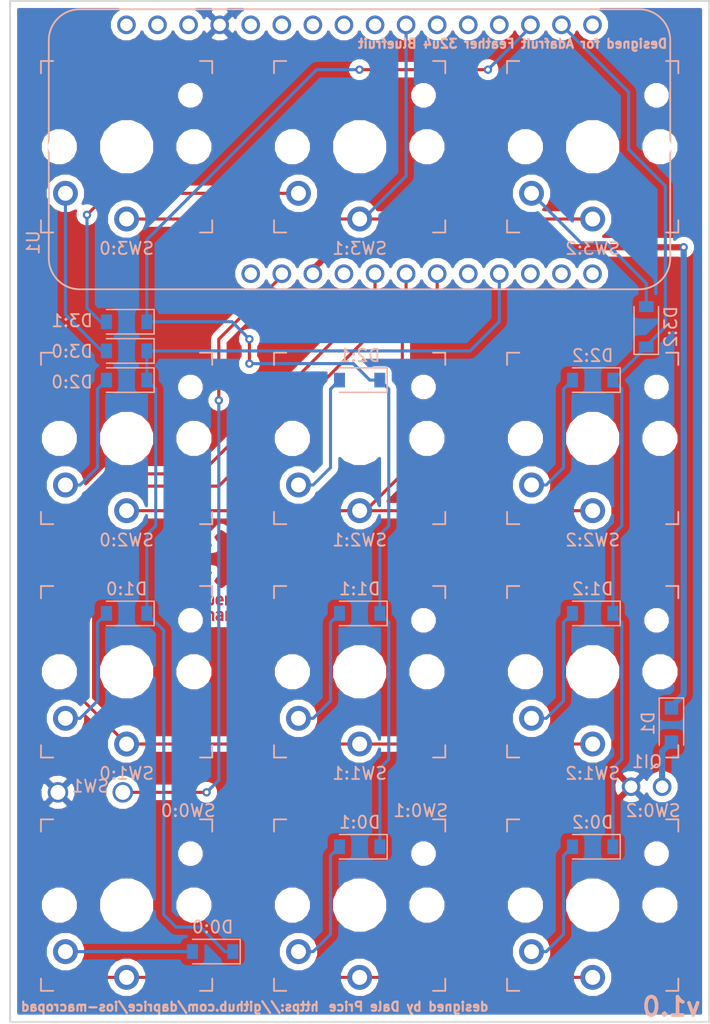
<source format=kicad_pcb>
(kicad_pcb (version 4) (host pcbnew 4.0.7-e2-6376~58~ubuntu16.04.1)
  (layers (0 F.Cu signal) (31 B.Cu signal) (34 B.Paste user) (35 F.Paste user) (36 B.SilkS user) (37 F.SilkS user) (38 B.Mask user) (39 F.Mask user) (44 Edge.Cuts user))
  (net 0 "")
  (net 1 /COL0)
  (net 2 "Net-(D0:0-Pad2)")
  (net 3 /COL1)
  (net 4 "Net-(D0:1-Pad2)")
  (net 5 /COL2)
  (net 6 "Net-(D0:2-Pad2)")
  (net 7 /5V_USB)
  (net 8 "Net-(D1-Pad2)")
  (net 9 "Net-(D1:0-Pad2)")
  (net 10 "Net-(D1:1-Pad2)")
  (net 11 "Net-(D1:2-Pad2)")
  (net 12 "Net-(D2:0-Pad2)")
  (net 13 "Net-(D2:1-Pad2)")
  (net 14 "Net-(D2:2-Pad2)")
  (net 15 "Net-(D3:0-Pad2)")
  (net 16 "Net-(D3:1-Pad2)")
  (net 17 "Net-(D3:2-Pad2)")
  (net 18 GND)
  (net 19 /ROW0)
  (net 20 /ROW1)
  (net 21 /ROW2)
  (net 22 /ROW3)
  (net 23 "Net-(U1-Pad1)")
  (net 24 "Net-(SW1-Pad2)")
  (net 25 "Net-(U1-Pad4)")
  (net 26 "Net-(U1-Pad10)")
  (net 27 "Net-(U1-Pad11)")
  (net 28 "Net-(U1-Pad12)")
  (net 29 "Net-(U1-Pad13)")
  (net 30 "Net-(U1-Pad16)")
  (net 31 "Net-(U1-Pad17)")
  (net 32 "Net-(U1-Pad18)")
  (net 33 "Net-(U1-Pad20)")
  (net 34 "Net-(U1-Pad21)")
  (net 35 "Net-(U1-Pad22)")
  (net 36 "Net-(U1-Pad23)")
  (net 37 "Net-(U1-Pad24)")
  (net 38 "Net-(U1-Pad26)")
  (net 39 "Net-(U1-Pad27)")
  (net 40 "Net-(U1-Pad28)")
  (net 41 "Net-(U1-Pad8)")
  (module imacro:Feather32u4Bluefruit (layer B.Cu) (at 100 64.5)
    (fp_text reference U1 (at -26.67 7.62 270) (layer B.SilkS) (effects (justify mirror)))
    (fp_text value Feather32u4Bluefruit)
    (pad 1 thru_hole circle (at -8.89 10.16) (size 1.524 1.524) (drill 1.02) (layers *.Cu *.Mask) (net 23 "Net-(U1-Pad1)"))
    (pad 2 thru_hole circle (at -6.35 10.16) (size 1.524 1.524) (drill 1.02) (layers *.Cu *.Mask) (net 24 "Net-(SW1-Pad2)"))
    (pad 3 thru_hole circle (at -3.81 10.16) (size 1.524 1.524) (drill 1.02) (layers *.Cu *.Mask) (net 7 /5V_USB))
    (pad 4 thru_hole circle (at -1.27 10.16) (size 1.524 1.524) (drill 1.02) (layers *.Cu *.Mask) (net 25 "Net-(U1-Pad4)"))
    (pad 5 thru_hole circle (at 1.27 10.16) (size 1.524 1.524) (drill 1.02) (layers *.Cu *.Mask) (net 19 /ROW0))
    (pad 6 thru_hole circle (at 3.81 10.16) (size 1.524 1.524) (drill 1.02) (layers *.Cu *.Mask) (net 20 /ROW1))
    (pad 7 thru_hole circle (at 6.35 10.16) (size 1.524 1.524) (drill 1.02) (layers *.Cu *.Mask) (net 21 /ROW2))
    (pad 8 thru_hole circle (at 8.89 10.16) (size 1.524 1.524) (drill 1.02) (layers *.Cu *.Mask) (net 41 "Net-(U1-Pad8)"))
    (pad 9 thru_hole circle (at 11.43 10.16) (size 1.524 1.524) (drill 1.02) (layers *.Cu *.Mask) (net 1 /COL0))
    (pad 10 thru_hole circle (at 13.97 10.16) (size 1.524 1.524) (drill 1.02) (layers *.Cu *.Mask) (net 26 "Net-(U1-Pad10)"))
    (pad 11 thru_hole circle (at 16.51 10.16) (size 1.524 1.524) (drill 1.02) (layers *.Cu *.Mask) (net 27 "Net-(U1-Pad11)"))
    (pad 12 thru_hole circle (at 19.05 10.16) (size 1.524 1.524) (drill 1.02) (layers *.Cu *.Mask) (net 28 "Net-(U1-Pad12)"))
    (pad 13 thru_hole circle (at 19.05 -10.16) (size 1.524 1.524) (drill 1.02) (layers *.Cu *.Mask) (net 29 "Net-(U1-Pad13)"))
    (pad 14 thru_hole circle (at 16.51 -10.16) (size 1.524 1.524) (drill 1.02) (layers *.Cu *.Mask) (net 5 /COL2))
    (pad 15 thru_hole circle (at 13.97 -10.16) (size 1.524 1.524) (drill 1.02) (layers *.Cu *.Mask) (net 3 /COL1))
    (pad 16 thru_hole circle (at 11.43 -10.16) (size 1.524 1.524) (drill 1.02) (layers *.Cu *.Mask) (net 30 "Net-(U1-Pad16)"))
    (pad 17 thru_hole circle (at 8.89 -10.16) (size 1.524 1.524) (drill 1.02) (layers *.Cu *.Mask) (net 31 "Net-(U1-Pad17)"))
    (pad 18 thru_hole circle (at 6.35 -10.16) (size 1.524 1.524) (drill 1.02) (layers *.Cu *.Mask) (net 32 "Net-(U1-Pad18)"))
    (pad 19 thru_hole circle (at 3.81 -10.16) (size 1.524 1.524) (drill 1.02) (layers *.Cu *.Mask) (net 22 /ROW3))
    (pad 20 thru_hole circle (at 1.27 -10.16) (size 1.524 1.524) (drill 1.02) (layers *.Cu *.Mask) (net 33 "Net-(U1-Pad20)"))
    (pad 21 thru_hole circle (at -1.27 -10.16) (size 1.524 1.524) (drill 1.02) (layers *.Cu *.Mask) (net 34 "Net-(U1-Pad21)"))
    (pad 22 thru_hole circle (at -3.81 -10.16) (size 1.524 1.524) (drill 1.02) (layers *.Cu *.Mask) (net 35 "Net-(U1-Pad22)"))
    (pad 23 thru_hole circle (at -6.35 -10.16) (size 1.524 1.524) (drill 1.02) (layers *.Cu *.Mask) (net 36 "Net-(U1-Pad23)"))
    (pad 24 thru_hole circle (at -8.89 -10.16) (size 1.524 1.524) (drill 1.02) (layers *.Cu *.Mask) (net 37 "Net-(U1-Pad24)"))
    (pad 25 thru_hole circle (at -11.43 -10.16) (size 1.524 1.524) (drill 1.02) (layers *.Cu *.Mask) (net 18 GND))
    (pad 26 thru_hole circle (at -13.97 -10.16) (size 1.524 1.524) (drill 1.02) (layers *.Cu *.Mask) (net 38 "Net-(U1-Pad26)"))
    (pad 27 thru_hole circle (at -16.51 -10.16) (size 1.524 1.524) (drill 1.02) (layers *.Cu *.Mask) (net 39 "Net-(U1-Pad27)"))
    (pad 28 thru_hole circle (at -19.05 -10.16) (size 1.524 1.524) (drill 1.02) (layers *.Cu *.Mask) (net 40 "Net-(U1-Pad28)"))
  )
  (module imacro:GPTS_SPST_Pushbutton (layer B.Cu) (at 78 123)
    (fp_text reference SW1 (at 0 -6.5) (layer B.SilkS) (effects (justify mirror)))
    (fp_text value TOGGLE)
    (pad 1 thru_hole circle (at -2.65 -6) (size 1.6764 1.6764) (drill 1.2192) (layers *.Cu *.Mask) (net 18 GND))
    (pad 2 thru_hole circle (at 2.65 -6) (size 1.6764 1.6764) (drill 1.2192) (layers *.Cu *.Mask) (net 24 "Net-(SW1-Pad2)"))
  )
  (module imacro:PG1350 (layer F.Cu) (at 119.0625 64.29375)
    (fp_text reference SW3:2 (at 0 8.3) (layer B.SilkS) (effects (justify mirror)))
    (fp_text value Choc)
    (pad "" np_thru_hole circle (at 0 0) (size 3.3274 3.3274) (drill 3.3274) (layers *.Cu *.Mask))
    (pad 2 thru_hole circle (at -5 3.8) (size 2.032 2.032) (drill 1.2192) (layers *.Cu *.Mask) (net 17 "Net-(D3:2-Pad2)"))
    (pad 1 thru_hole circle (at 0 5.9) (size 2.032 2.032) (drill 1.2192) (layers *.Cu *.Mask) (net 22 /ROW3))
    (pad "" np_thru_hole circle (at 5.22 -4.2) (size 0.9906 0.9906) (drill 0.9906) (layers *.Cu *.Mask))
    (pad "" np_thru_hole circle (at 5.5 0) (size 1.8542 1.8542) (drill 1.8542) (layers *.Cu *.Mask))
    (pad "" np_thru_hole circle (at -5.5 0) (size 1.8542 1.8542) (drill 1.8542) (layers *.Cu *.Mask))
  )
  (module imacro:PG1350 (layer F.Cu) (at 100.0125 64.29375)
    (fp_text reference SW3:1 (at 0 8.3) (layer B.SilkS) (effects (justify mirror)))
    (fp_text value Choc)
    (pad "" np_thru_hole circle (at 0 0) (size 3.3274 3.3274) (drill 3.3274) (layers *.Cu *.Mask))
    (pad 2 thru_hole circle (at -5 3.8) (size 2.032 2.032) (drill 1.2192) (layers *.Cu *.Mask) (net 16 "Net-(D3:1-Pad2)"))
    (pad 1 thru_hole circle (at 0 5.9) (size 2.032 2.032) (drill 1.2192) (layers *.Cu *.Mask) (net 22 /ROW3))
    (pad "" np_thru_hole circle (at 5.22 -4.2) (size 0.9906 0.9906) (drill 0.9906) (layers *.Cu *.Mask))
    (pad "" np_thru_hole circle (at 5.5 0) (size 1.8542 1.8542) (drill 1.8542) (layers *.Cu *.Mask))
    (pad "" np_thru_hole circle (at -5.5 0) (size 1.8542 1.8542) (drill 1.8542) (layers *.Cu *.Mask))
  )
  (module imacro:PG1350 (layer F.Cu) (at 119.0625 88.10625)
    (fp_text reference SW2:2 (at 0 8.3) (layer B.SilkS) (effects (justify mirror)))
    (fp_text value Choc)
    (pad "" np_thru_hole circle (at 0 0) (size 3.3274 3.3274) (drill 3.3274) (layers *.Cu *.Mask))
    (pad 2 thru_hole circle (at -5 3.8) (size 2.032 2.032) (drill 1.2192) (layers *.Cu *.Mask) (net 14 "Net-(D2:2-Pad2)"))
    (pad 1 thru_hole circle (at 0 5.9) (size 2.032 2.032) (drill 1.2192) (layers *.Cu *.Mask) (net 21 /ROW2))
    (pad "" np_thru_hole circle (at 5.22 -4.2) (size 0.9906 0.9906) (drill 0.9906) (layers *.Cu *.Mask))
    (pad "" np_thru_hole circle (at 5.5 0) (size 1.8542 1.8542) (drill 1.8542) (layers *.Cu *.Mask))
    (pad "" np_thru_hole circle (at -5.5 0) (size 1.8542 1.8542) (drill 1.8542) (layers *.Cu *.Mask))
  )
  (module imacro:PG1350 (layer F.Cu) (at 119.0625 107.15625)
    (fp_text reference SW1:2 (at 0 8.3) (layer B.SilkS) (effects (justify mirror)))
    (fp_text value Choc)
    (pad "" np_thru_hole circle (at 0 0) (size 3.3274 3.3274) (drill 3.3274) (layers *.Cu *.Mask))
    (pad 2 thru_hole circle (at -5 3.8) (size 2.032 2.032) (drill 1.2192) (layers *.Cu *.Mask) (net 11 "Net-(D1:2-Pad2)"))
    (pad 1 thru_hole circle (at 0 5.9) (size 2.032 2.032) (drill 1.2192) (layers *.Cu *.Mask) (net 20 /ROW1))
    (pad "" np_thru_hole circle (at 5.22 -4.2) (size 0.9906 0.9906) (drill 0.9906) (layers *.Cu *.Mask))
    (pad "" np_thru_hole circle (at 5.5 0) (size 1.8542 1.8542) (drill 1.8542) (layers *.Cu *.Mask))
    (pad "" np_thru_hole circle (at -5.5 0) (size 1.8542 1.8542) (drill 1.8542) (layers *.Cu *.Mask))
  )
  (module imacro:PG1350 (layer F.Cu) (at 100.0125 107.15625)
    (fp_text reference SW1:1 (at 0 8.3) (layer B.SilkS) (effects (justify mirror)))
    (fp_text value Choc)
    (pad "" np_thru_hole circle (at 0 0) (size 3.3274 3.3274) (drill 3.3274) (layers *.Cu *.Mask))
    (pad 2 thru_hole circle (at -5 3.8) (size 2.032 2.032) (drill 1.2192) (layers *.Cu *.Mask) (net 10 "Net-(D1:1-Pad2)"))
    (pad 1 thru_hole circle (at 0 5.9) (size 2.032 2.032) (drill 1.2192) (layers *.Cu *.Mask) (net 20 /ROW1))
    (pad "" np_thru_hole circle (at 5.22 -4.2) (size 0.9906 0.9906) (drill 0.9906) (layers *.Cu *.Mask))
    (pad "" np_thru_hole circle (at 5.5 0) (size 1.8542 1.8542) (drill 1.8542) (layers *.Cu *.Mask))
    (pad "" np_thru_hole circle (at -5.5 0) (size 1.8542 1.8542) (drill 1.8542) (layers *.Cu *.Mask))
  )
  (module imacro:PG1350 (layer F.Cu) (at 80.9625 107.15625)
    (fp_text reference SW1:0 (at 0 8.3) (layer B.SilkS) (effects (justify mirror)))
    (fp_text value Choc)
    (pad "" np_thru_hole circle (at 0 0) (size 3.3274 3.3274) (drill 3.3274) (layers *.Cu *.Mask))
    (pad 2 thru_hole circle (at -5 3.8) (size 2.032 2.032) (drill 1.2192) (layers *.Cu *.Mask) (net 9 "Net-(D1:0-Pad2)"))
    (pad 1 thru_hole circle (at 0 5.9) (size 2.032 2.032) (drill 1.2192) (layers *.Cu *.Mask) (net 20 /ROW1))
    (pad "" np_thru_hole circle (at 5.22 -4.2) (size 0.9906 0.9906) (drill 0.9906) (layers *.Cu *.Mask))
    (pad "" np_thru_hole circle (at 5.5 0) (size 1.8542 1.8542) (drill 1.8542) (layers *.Cu *.Mask))
    (pad "" np_thru_hole circle (at -5.5 0) (size 1.8542 1.8542) (drill 1.8542) (layers *.Cu *.Mask))
  )
  (module imacro:PG1350 (layer F.Cu) (at 119.0625 126.20625)
    (fp_text reference SW0:2 (at 4.9375 -7.70625) (layer B.SilkS) (effects (justify mirror)))
    (fp_text value Choc)
    (pad "" np_thru_hole circle (at 0 0) (size 3.3274 3.3274) (drill 3.3274) (layers *.Cu *.Mask))
    (pad 2 thru_hole circle (at -5 3.8) (size 2.032 2.032) (drill 1.2192) (layers *.Cu *.Mask) (net 6 "Net-(D0:2-Pad2)"))
    (pad 1 thru_hole circle (at 0 5.9) (size 2.032 2.032) (drill 1.2192) (layers *.Cu *.Mask) (net 19 /ROW0))
    (pad "" np_thru_hole circle (at 5.22 -4.2) (size 0.9906 0.9906) (drill 0.9906) (layers *.Cu *.Mask))
    (pad "" np_thru_hole circle (at 5.5 0) (size 1.8542 1.8542) (drill 1.8542) (layers *.Cu *.Mask))
    (pad "" np_thru_hole circle (at -5.5 0) (size 1.8542 1.8542) (drill 1.8542) (layers *.Cu *.Mask))
  )
  (module imacro:PG1350 (layer F.Cu) (at 100.0125 126.20625)
    (fp_text reference SW0:1 (at 4.9875 -7.70625) (layer B.SilkS) (effects (justify mirror)))
    (fp_text value Choc)
    (pad "" np_thru_hole circle (at 0 0) (size 3.3274 3.3274) (drill 3.3274) (layers *.Cu *.Mask))
    (pad 2 thru_hole circle (at -5 3.8) (size 2.032 2.032) (drill 1.2192) (layers *.Cu *.Mask) (net 4 "Net-(D0:1-Pad2)"))
    (pad 1 thru_hole circle (at 0 5.9) (size 2.032 2.032) (drill 1.2192) (layers *.Cu *.Mask) (net 19 /ROW0))
    (pad "" np_thru_hole circle (at 5.22 -4.2) (size 0.9906 0.9906) (drill 0.9906) (layers *.Cu *.Mask))
    (pad "" np_thru_hole circle (at 5.5 0) (size 1.8542 1.8542) (drill 1.8542) (layers *.Cu *.Mask))
    (pad "" np_thru_hole circle (at -5.5 0) (size 1.8542 1.8542) (drill 1.8542) (layers *.Cu *.Mask))
  )
  (module imacro:PG1350 (layer F.Cu) (at 80.9625 126.20625)
    (fp_text reference SW0:0 (at 5.0375 -7.70625) (layer B.SilkS) (effects (justify mirror)))
    (fp_text value Choc)
    (pad "" np_thru_hole circle (at 0 0) (size 3.3274 3.3274) (drill 3.3274) (layers *.Cu *.Mask))
    (pad 2 thru_hole circle (at -5 3.8) (size 2.032 2.032) (drill 1.2192) (layers *.Cu *.Mask) (net 2 "Net-(D0:0-Pad2)"))
    (pad 1 thru_hole circle (at 0 5.9) (size 2.032 2.032) (drill 1.2192) (layers *.Cu *.Mask) (net 19 /ROW0))
    (pad "" np_thru_hole circle (at 5.22 -4.2) (size 0.9906 0.9906) (drill 0.9906) (layers *.Cu *.Mask))
    (pad "" np_thru_hole circle (at 5.5 0) (size 1.8542 1.8542) (drill 1.8542) (layers *.Cu *.Mask))
    (pad "" np_thru_hole circle (at -5.5 0) (size 1.8542 1.8542) (drill 1.8542) (layers *.Cu *.Mask))
  )
  (module imacro:QI_connector (layer B.Cu) (at 123.5 116.5 180)
    (fp_text reference QI1 (at 0 2 360) (layer B.SilkS) (effects (justify mirror)))
    (fp_text value QI_Receiver)
    (pad 1 thru_hole circle (at -1.24 -0.04 180) (size 1.524 1.524) (drill 1.02) (layers *.Cu *.Mask) (net 8 "Net-(D1-Pad2)"))
    (pad 2 thru_hole circle (at 1.3 -0.04 180) (size 1.524 1.524) (drill 1.02) (layers *.Cu *.Mask) (net 18 GND))
  )
  (module Diodes_SMD:D_SOD-123 (layer B.Cu) (at 123.444 78.994 90)
    (fp_text reference D3:2 (at 0 2 90) (layer B.SilkS) (effects (justify mirror)))
    (fp_text value 1N4148)
    (pad 1 smd rect (at -1.65 0 90) (size 0.9 1.2) (layers B.Cu B.Paste B.Mask) (net 5 /COL2))
    (pad 2 smd rect (at 1.65 0 90) (size 0.9 1.2) (layers B.Cu B.Paste B.Mask) (net 17 "Net-(D3:2-Pad2)"))
  )
  (module Diodes_SMD:D_SOD-123 (layer B.Cu) (at 80.9625 78.58125 180)
    (fp_text reference D3:1 (at 4.4625 0.08125 180) (layer B.SilkS) (effects (justify mirror)))
    (fp_text value 1N4148)
    (pad 1 smd rect (at -1.65 0 180) (size 0.9 1.2) (layers B.Cu B.Paste B.Mask) (net 3 /COL1))
    (pad 2 smd rect (at 1.65 0 180) (size 0.9 1.2) (layers B.Cu B.Paste B.Mask) (net 16 "Net-(D3:1-Pad2)"))
  )
  (module Diodes_SMD:D_SOD-123 (layer B.Cu) (at 80.9625 80.9625 180)
    (fp_text reference D3:0 (at 4.4625 -0.0375 180) (layer B.SilkS) (effects (justify mirror)))
    (fp_text value 1N4148)
    (pad 1 smd rect (at -1.65 0 180) (size 0.9 1.2) (layers B.Cu B.Paste B.Mask) (net 1 /COL0))
    (pad 2 smd rect (at 1.65 0 180) (size 0.9 1.2) (layers B.Cu B.Paste B.Mask) (net 15 "Net-(D3:0-Pad2)"))
  )
  (module Diodes_SMD:D_SOD-123 (layer B.Cu) (at 119.0625 83.34375 180)
    (fp_text reference D2:2 (at 0 2 180) (layer B.SilkS) (effects (justify mirror)))
    (fp_text value 1N4148)
    (pad 1 smd rect (at -1.65 0 180) (size 0.9 1.2) (layers B.Cu B.Paste B.Mask) (net 5 /COL2))
    (pad 2 smd rect (at 1.65 0 180) (size 0.9 1.2) (layers B.Cu B.Paste B.Mask) (net 14 "Net-(D2:2-Pad2)"))
  )
  (module Diodes_SMD:D_SOD-123 (layer B.Cu) (at 100.0125 83.34375 180)
    (fp_text reference D2:1 (at 0 2 180) (layer B.SilkS) (effects (justify mirror)))
    (fp_text value 1N4148)
    (pad 1 smd rect (at -1.65 0 180) (size 0.9 1.2) (layers B.Cu B.Paste B.Mask) (net 3 /COL1))
    (pad 2 smd rect (at 1.65 0 180) (size 0.9 1.2) (layers B.Cu B.Paste B.Mask) (net 13 "Net-(D2:1-Pad2)"))
  )
  (module Diodes_SMD:D_SOD-123 (layer B.Cu) (at 80.9625 83.34375 180)
    (fp_text reference D2:0 (at 4.4625 -0.15625 180) (layer B.SilkS) (effects (justify mirror)))
    (fp_text value 1N4148)
    (pad 1 smd rect (at -1.65 0 180) (size 0.9 1.2) (layers B.Cu B.Paste B.Mask) (net 1 /COL0))
    (pad 2 smd rect (at 1.65 0 180) (size 0.9 1.2) (layers B.Cu B.Paste B.Mask) (net 12 "Net-(D2:0-Pad2)"))
  )
  (module Diodes_SMD:D_SOD-123 (layer B.Cu) (at 119.0625 102.39375 180)
    (fp_text reference D1:2 (at 0 2 180) (layer B.SilkS) (effects (justify mirror)))
    (fp_text value 1N4148)
    (pad 1 smd rect (at -1.65 0 180) (size 0.9 1.2) (layers B.Cu B.Paste B.Mask) (net 5 /COL2))
    (pad 2 smd rect (at 1.65 0 180) (size 0.9 1.2) (layers B.Cu B.Paste B.Mask) (net 11 "Net-(D1:2-Pad2)"))
  )
  (module Diodes_SMD:D_SOD-123 (layer B.Cu) (at 100.0125 102.39375 180)
    (fp_text reference D1:1 (at 0 2 180) (layer B.SilkS) (effects (justify mirror)))
    (fp_text value 1N4148)
    (pad 1 smd rect (at -1.65 0 180) (size 0.9 1.2) (layers B.Cu B.Paste B.Mask) (net 3 /COL1))
    (pad 2 smd rect (at 1.65 0 180) (size 0.9 1.2) (layers B.Cu B.Paste B.Mask) (net 10 "Net-(D1:1-Pad2)"))
  )
  (module Diodes_SMD:D_SOD-123 (layer B.Cu) (at 80.9625 102.39375 180)
    (fp_text reference D1:0 (at 0 2 180) (layer B.SilkS) (effects (justify mirror)))
    (fp_text value 1N4148)
    (pad 1 smd rect (at -1.65 0 180) (size 0.9 1.2) (layers B.Cu B.Paste B.Mask) (net 1 /COL0))
    (pad 2 smd rect (at 1.65 0 180) (size 0.9 1.2) (layers B.Cu B.Paste B.Mask) (net 9 "Net-(D1:0-Pad2)"))
  )
  (module Diodes_SMD:D_SOD-123F (layer B.Cu) (at 125.5 111.5 270)
    (fp_text reference D1 (at -0.127 1.905 270) (layer B.SilkS) (effects (justify mirror)))
    (fp_text value MBR120)
    (pad 1 smd rect (at -1.4 0 270) (size 1.1 1.1) (layers B.Cu B.Paste B.Mask) (net 7 /5V_USB))
    (pad 2 smd rect (at 1.4 0 270) (size 1.1 1.1) (layers B.Cu B.Paste B.Mask) (net 8 "Net-(D1-Pad2)"))
  )
  (module Diodes_SMD:D_SOD-123 (layer B.Cu) (at 119.0625 121.44375 180)
    (fp_text reference D0:2 (at 0 2 180) (layer B.SilkS) (effects (justify mirror)))
    (fp_text value 1N4148)
    (pad 1 smd rect (at -1.65 0 180) (size 0.9 1.2) (layers B.Cu B.Paste B.Mask) (net 5 /COL2))
    (pad 2 smd rect (at 1.65 0 180) (size 0.9 1.2) (layers B.Cu B.Paste B.Mask) (net 6 "Net-(D0:2-Pad2)"))
  )
  (module Diodes_SMD:D_SOD-123 (layer B.Cu) (at 100.0125 121.44375 180)
    (fp_text reference D0:1 (at 0 2 180) (layer B.SilkS) (effects (justify mirror)))
    (fp_text value 1N4148)
    (pad 1 smd rect (at -1.65 0 180) (size 0.9 1.2) (layers B.Cu B.Paste B.Mask) (net 3 /COL1))
    (pad 2 smd rect (at 1.65 0 180) (size 0.9 1.2) (layers B.Cu B.Paste B.Mask) (net 4 "Net-(D0:1-Pad2)"))
  )
  (module Diodes_SMD:D_SOD-123 (layer B.Cu) (at 88 130 180)
    (fp_text reference D0:0 (at 0 2 180) (layer B.SilkS) (effects (justify mirror)))
    (fp_text value 1N4148)
    (pad 1 smd rect (at -1.65 0 180) (size 0.9 1.2) (layers B.Cu B.Paste B.Mask) (net 1 /COL0))
    (pad 2 smd rect (at 1.65 0 180) (size 0.9 1.2) (layers B.Cu B.Paste B.Mask) (net 2 "Net-(D0:0-Pad2)"))
  )
  (module imacro:PG1350 (layer F.Cu) (at 80.9625 88.10625)
    (fp_text reference SW2:0 (at 0 8.3) (layer B.SilkS) (effects (justify mirror)))
    (fp_text value Choc)
    (pad "" np_thru_hole circle (at 0 0) (size 3.3274 3.3274) (drill 3.3274) (layers *.Cu *.Mask))
    (pad 2 thru_hole circle (at -5 3.8) (size 2.032 2.032) (drill 1.2192) (layers *.Cu *.Mask) (net 12 "Net-(D2:0-Pad2)"))
    (pad 1 thru_hole circle (at 0 5.9) (size 2.032 2.032) (drill 1.2192) (layers *.Cu *.Mask) (net 21 /ROW2))
    (pad "" np_thru_hole circle (at 5.22 -4.2) (size 0.9906 0.9906) (drill 0.9906) (layers *.Cu *.Mask))
    (pad "" np_thru_hole circle (at 5.5 0) (size 1.8542 1.8542) (drill 1.8542) (layers *.Cu *.Mask))
    (pad "" np_thru_hole circle (at -5.5 0) (size 1.8542 1.8542) (drill 1.8542) (layers *.Cu *.Mask))
  )
  (module imacro:PG1350 (layer F.Cu) (at 100.0125 88.10625)
    (fp_text reference SW2:1 (at 0 8.3) (layer B.SilkS) (effects (justify mirror)))
    (fp_text value Choc)
    (pad "" np_thru_hole circle (at 0 0) (size 3.3274 3.3274) (drill 3.3274) (layers *.Cu *.Mask))
    (pad 2 thru_hole circle (at -5 3.8) (size 2.032 2.032) (drill 1.2192) (layers *.Cu *.Mask) (net 13 "Net-(D2:1-Pad2)"))
    (pad 1 thru_hole circle (at 0 5.9) (size 2.032 2.032) (drill 1.2192) (layers *.Cu *.Mask) (net 21 /ROW2))
    (pad "" np_thru_hole circle (at 5.22 -4.2) (size 0.9906 0.9906) (drill 0.9906) (layers *.Cu *.Mask))
    (pad "" np_thru_hole circle (at 5.5 0) (size 1.8542 1.8542) (drill 1.8542) (layers *.Cu *.Mask))
    (pad "" np_thru_hole circle (at -5.5 0) (size 1.8542 1.8542) (drill 1.8542) (layers *.Cu *.Mask))
  )
  (module imacro:PG1350 (layer F.Cu) (at 80.9625 64.29375)
    (fp_text reference SW3:0 (at 0 8.3) (layer B.SilkS) (effects (justify mirror)))
    (fp_text value Choc)
    (pad "" np_thru_hole circle (at 0 0) (size 3.3274 3.3274) (drill 3.3274) (layers *.Cu *.Mask))
    (pad 2 thru_hole circle (at -5 3.8) (size 2.032 2.032) (drill 1.2192) (layers *.Cu *.Mask) (net 15 "Net-(D3:0-Pad2)"))
    (pad 1 thru_hole circle (at 0 5.9) (size 2.032 2.032) (drill 1.2192) (layers *.Cu *.Mask) (net 22 /ROW3))
    (pad "" np_thru_hole circle (at 5.22 -4.2) (size 0.9906 0.9906) (drill 0.9906) (layers *.Cu *.Mask))
    (pad "" np_thru_hole circle (at 5.5 0) (size 1.8542 1.8542) (drill 1.8542) (layers *.Cu *.Mask))
    (pad "" np_thru_hole circle (at -5.5 0) (size 1.8542 1.8542) (drill 1.8542) (layers *.Cu *.Mask))
  )
  (module Symbols:OSHW-Logo_7.5x8mm_Copper (layer F.Cu) (at 90.5 99)
    (fp_text reference REF*** hide)
    (fp_text value OSHW-Logo_7.5x8mm_Copper hide)
    (fp_poly (pts (xy -2.53664 1.952468) (xy -2.501408 1.969874) (xy -2.45796 2.000206) (xy -2.426294 2.033283) (xy -2.404606 2.074817) (xy -2.391097 2.130522) (xy -2.383962 2.206111) (xy -2.3814 2.307296) (xy -2.38125 2.350797) (xy -2.381688 2.446135) (xy -2.383504 2.514271) (xy -2.387455 2.561418) (xy -2.394298 2.59379) (xy -2.404789 2.6176) (xy -2.415704 2.633843) (xy -2.485381 2.702952) (xy -2.567434 2.744521) (xy -2.65595 2.757023) (xy -2.745019 2.738934) (xy -2.773237 2.726142) (xy -2.84079 2.690931) (xy -2.84079 3.2427) (xy -2.791488 3.217205) (xy -2.726527 3.19748) (xy -2.64668 3.192427) (xy -2.566948 3.201756) (xy -2.506735 3.222714) (xy -2.456792 3.262627) (xy -2.414119 3.319741) (xy -2.41091 3.325605) (xy -2.397378 3.353227) (xy -2.387495 3.381068) (xy -2.380691 3.414794) (xy -2.376399 3.460071) (xy -2.374049 3.522562) (xy -2.373072 3.607935) (xy -2.372895 3.70401) (xy -2.372895 4.010526) (xy -2.556711 4.010526) (xy -2.556711 3.445339) (xy -2.608125 3.402077) (xy -2.661534 3.367472) (xy -2.712112 3.36118) (xy -2.76297 3.377372) (xy -2.790075 3.393227) (xy -2.810249 3.41581) (xy -2.824597 3.44994) (xy -2.834224 3.500434) (xy -2.840237 3.572111) (xy -2.84374 3.669788) (xy -2.844974 3.734802) (xy -2.849145 4.002171) (xy -2.936875 4.007222) (xy -3.024606 4.012273) (xy -3.024606 2.353101) (xy -2.84079 2.353101) (xy -2.836104 2.4456) (xy -2.820312 2.509809) (xy -2.790817 2.549759) (xy -2.74502 2.56948) (xy -2.69875 2.573421) (xy -2.646372 2.568892) (xy -2.61161 2.551069) (xy -2.589872 2.527519) (xy -2.57276 2.502189) (xy -2.562573 2.473969) (xy -2.55804 2.434431) (xy -2.557891 2.375142) (xy -2.559416 2.325498) (xy -2.562919 2.25071) (xy -2.568133 2.201611) (xy -2.576913 2.170467) (xy -2.591114 2.149545) (xy -2.604516 2.137452) (xy -2.660513 2.111081) (xy -2.726789 2.106822) (xy -2.764844 2.115906) (xy -2.802523 2.148196) (xy -2.827481 2.211006) (xy -2.839578 2.303894) (xy -2.84079 2.353101) (xy -3.024606 2.353101) (xy -3.024606 1.938421) (xy -2.932698 1.938421) (xy -2.877517 1.940603) (xy -2.849048 1.948351) (xy -2.840794 1.963468) (xy -2.84079 1.963916) (xy -2.83696 1.97872) (xy -2.820067 1.977039) (xy -2.786481 1.960772) (xy -2.708222 1.935887) (xy -2.620173 1.933271) (xy -2.53664 1.952468)) (layer F.Cu) (width 0.01))
    (fp_poly (pts (xy -1.839543 3.198184) (xy -1.76093 3.21916) (xy -1.701084 3.25718) (xy -1.658853 3.306978) (xy -1.645725 3.32823) (xy -1.636032 3.350492) (xy -1.629256 3.37897) (xy -1.624877 3.418871) (xy -1.622376 3.475401) (xy -1.621232 3.553767) (xy -1.620928 3.659176) (xy -1.620922 3.687142) (xy -1.620922 4.010526) (xy -1.701132 4.010526) (xy -1.752294 4.006943) (xy -1.790123 3.997866) (xy -1.799601 3.992268) (xy -1.825512 3.982606) (xy -1.851976 3.992268) (xy -1.895548 4.00433) (xy -1.95884 4.009185) (xy -2.02899 4.007078) (xy -2.09314 3.998256) (xy -2.130593 3.986937) (xy -2.203067 3.940412) (xy -2.24836 3.875846) (xy -2.268722 3.79) (xy -2.268912 3.787796) (xy -2.267125 3.749713) (xy -2.105527 3.749713) (xy -2.091399 3.79303) (xy -2.068388 3.817408) (xy -2.022196 3.835845) (xy -1.961225 3.843205) (xy -1.899051 3.839583) (xy -1.849249 3.825074) (xy -1.835297 3.815765) (xy -1.810915 3.772753) (xy -1.804737 3.723857) (xy -1.804737 3.659605) (xy -1.897182 3.659605) (xy -1.985005 3.666366) (xy -2.051582 3.68552) (xy -2.092998 3.715376) (xy -2.105527 3.749713) (xy -2.267125 3.749713) (xy -2.26451 3.694004) (xy -2.233576 3.619847) (xy -2.175419 3.563767) (xy -2.16738 3.558665) (xy -2.132837 3.542055) (xy -2.090082 3.531996) (xy -2.030314 3.527107) (xy -1.95931 3.525983) (xy -1.804737 3.525921) (xy -1.804737 3.461125) (xy -1.811294 3.41085) (xy -1.828025 3.377169) (xy -1.829984 3.375376) (xy -1.867217 3.360642) (xy -1.92342 3.354931) (xy -1.985533 3.357737) (xy -2.04049 3.368556) (xy -2.073101 3.384782) (xy -2.090772 3.39778) (xy -2.109431 3.400262) (xy -2.135181 3.389613) (xy -2.174127 3.363218) (xy -2.23237 3.318465) (xy -2.237716 3.314273) (xy -2.234977 3.29876) (xy -2.212124 3.27296) (xy -2.177391 3.244289) (xy -2.13901 3.220166) (xy -2.126952 3.21447) (xy -2.082966 3.203103) (xy -2.018513 3.194995) (xy -1.946503 3.191743) (xy -1.943136 3.191736) (xy -1.839543 3.198184)) (layer F.Cu) (width 0.01))
    (fp_poly (pts (xy -1.320119 3.193486) (xy -1.295112 3.200982) (xy -1.28705 3.217451) (xy -1.286711 3.224886) (xy -1.285264 3.245594) (xy -1.275302 3.248845) (xy -1.248388 3.234648) (xy -1.232402 3.224948) (xy -1.181967 3.204175) (xy -1.121728 3.193904) (xy -1.058566 3.193114) (xy -0.999363 3.200786) (xy -0.950998 3.215898) (xy -0.920354 3.237432) (xy -0.914311 3.264366) (xy -0.917361 3.27166) (xy -0.939594 3.301937) (xy -0.97407 3.339175) (xy -0.980306 3.345195) (xy -1.013167 3.372875) (xy -1.04152 3.381818) (xy -1.081173 3.375576) (xy -1.097058 3.371429) (xy -1.146491 3.361467) (xy -1.181248 3.365947) (xy -1.2106 3.381746) (xy -1.237487 3.402949) (xy -1.25729 3.429614) (xy -1.271052 3.466827) (xy -1.279816 3.519673) (xy -1.284626 3.593237) (xy -1.286526 3.692605) (xy -1.286711 3.752601) (xy -1.286711 4.010526) (xy -1.453816 4.010526) (xy -1.453816 3.19171) (xy -1.370264 3.19171) (xy -1.320119 3.193486)) (layer F.Cu) (width 0.01))
    (fp_poly (pts (xy -0.267369 4.010526) (xy -0.359277 4.010526) (xy -0.412623 4.008962) (xy -0.440407 4.002485) (xy -0.45041 3.988418) (xy -0.451185 3.978906) (xy -0.452872 3.959832) (xy -0.46351 3.956174) (xy -0.491465 3.967932) (xy -0.513205 3.978906) (xy -0.596668 4.004911) (xy -0.687396 4.006416) (xy -0.761158 3.987021) (xy -0.829846 3.940165) (xy -0.882206 3.871004) (xy -0.910878 3.789427) (xy -0.911608 3.784866) (xy -0.915868 3.735101) (xy -0.917986 3.663659) (xy -0.917816 3.609626) (xy -0.73528 3.609626) (xy -0.731051 3.681441) (xy -0.721432 3.740634) (xy -0.70841 3.77406) (xy -0.659144 3.81974) (xy -0.60065 3.836115) (xy -0.540329 3.822873) (xy -0.488783 3.783373) (xy -0.469262 3.756807) (xy -0.457848 3.725106) (xy -0.452502 3.678832) (xy -0.451185 3.609328) (xy -0.453542 3.540499) (xy -0.459767 3.480026) (xy -0.468592 3.439556) (xy -0.470063 3.435929) (xy -0.505653 3.392802) (xy -0.5576 3.369124) (xy -0.615722 3.365301) (xy -0.66984 3.381738) (xy -0.709774 3.41884) (xy -0.713917 3.426222) (xy -0.726884 3.471239) (xy -0.733948 3.535967) (xy -0.73528 3.609626) (xy -0.917816 3.609626) (xy -0.917729 3.58223) (xy -0.916528 3.538405) (xy -0.908355 3.429988) (xy -0.89137 3.348588) (xy -0.863113 3.288412) (xy -0.821128 3.243666) (xy -0.780368 3.2174) (xy -0.723419 3.198935) (xy -0.652589 3.192602) (xy -0.580059 3.19776) (xy -0.518014 3.213769) (xy -0.485232 3.23292) (xy -0.451185 3.263732) (xy -0.451185 2.87421) (xy -0.267369 2.87421) (xy -0.267369 4.010526)) (layer F.Cu) (width 0.01))
    (fp_poly (pts (xy 0.37413 3.195104) (xy 0.44022 3.200066) (xy 0.526626 3.459079) (xy 0.613031 3.718092) (xy 0.640124 3.626184) (xy 0.656428 3.569384) (xy 0.677875 3.492625) (xy 0.701035 3.408251) (xy 0.71328 3.362993) (xy 0.759344 3.19171) (xy 0.949387 3.19171) (xy 0.892582 3.371349) (xy 0.864607 3.459704) (xy 0.830813 3.566281) (xy 0.79552 3.677454) (xy 0.764013 3.776579) (xy 0.69225 4.002171) (xy 0.537286 4.012253) (xy 0.49527 3.873528) (xy 0.469359 3.787351) (xy 0.441083 3.692347) (xy 0.416369 3.608441) (xy 0.415394 3.605102) (xy 0.396935 3.548248) (xy 0.380649 3.509456) (xy 0.369242 3.494787) (xy 0.366898 3.496483) (xy 0.358671 3.519225) (xy 0.343038 3.56794) (xy 0.321904 3.636502) (xy 0.29717 3.718785) (xy 0.283787 3.764046) (xy 0.211311 4.010526) (xy 0.057495 4.010526) (xy -0.065469 3.622006) (xy -0.100012 3.513022) (xy -0.131479 3.414048) (xy -0.158384 3.329736) (xy -0.179241 3.264734) (xy -0.192562 3.223692) (xy -0.196612 3.211701) (xy -0.193406 3.199423) (xy -0.168235 3.194046) (xy -0.115854 3.194584) (xy -0.107655 3.19499) (xy -0.010518 3.200066) (xy 0.0531 3.434013) (xy 0.076484 3.519333) (xy 0.097381 3.594335) (xy 0.113951 3.652507) (xy 0.124354 3.687337) (xy 0.126276 3.693016) (xy 0.134241 3.686486) (xy 0.150304 3.652654) (xy 0.172621 3.596127) (xy 0.199345 3.52151) (xy 0.221937 3.454107) (xy 0.308041 3.190143) (xy 0.37413 3.195104)) (layer F.Cu) (width 0.01))
    (fp_poly (pts (xy 1.379992 3.196673) (xy 1.450427 3.21378) (xy 1.470787 3.222844) (xy 1.510253 3.246583) (xy 1.540541 3.273321) (xy 1.562952 3.307699) (xy 1.578786 3.35436) (xy 1.589343 3.417946) (xy 1.595924 3.503099) (xy 1.599828 3.614462) (xy 1.60131 3.688849) (xy 1.606765 4.010526) (xy 1.51358 4.010526) (xy 1.457047 4.008156) (xy 1.427922 4.000055) (xy 1.420394 3.986451) (xy 1.41642 3.971741) (xy 1.398652 3.974554) (xy 1.37444 3.986348) (xy 1.313828 4.004427) (xy 1.235929 4.009299) (xy 1.153995 4.00133) (xy 1.081281 3.980889) (xy 1.074759 3.978051) (xy 1.008302 3.931365) (xy 0.964491 3.866464) (xy 0.944332 3.7906) (xy 0.945872 3.763344) (xy 1.110345 3.763344) (xy 1.124837 3.800024) (xy 1.167805 3.826309) (xy 1.237129 3.840417) (xy 1.274177 3.84229) (xy 1.335919 3.837494) (xy 1.37696 3.818858) (xy 1.386973 3.81) (xy 1.4141 3.761806) (xy 1.420394 3.718092) (xy 1.420394 3.659605) (xy 1.33893 3.659605) (xy 1.244234 3.664432) (xy 1.177813 3.679613) (xy 1.135846 3.7062) (xy 1.126449 3.718052) (xy 1.110345 3.763344) (xy 0.945872 3.763344) (xy 0.948829 3.711026) (xy 0.978985 3.634995) (xy 1.020131 3.583612) (xy 1.045052 3.561397) (xy 1.069448 3.546798) (xy 1.101191 3.537897) (xy 1.148152 3.532775) (xy 1.218204 3.529515) (xy 1.24599 3.528577) (xy 1.420394 3.522879) (xy 1.420138 3.470091) (xy 1.413384 3.414603) (xy 1.388964 3.381052) (xy 1.33963 3.359618) (xy 1.338306 3.359236) (xy 1.26836 3.350808) (xy 1.199914 3.361816) (xy 1.149047 3.388585) (xy 1.128637 3.401803) (xy 1.106654 3.399974) (xy 1.072826 3.380824) (xy 1.052961 3.367308) (xy 1.014106 3.338432) (xy 0.990038 3.316786) (xy 0.986176 3.310589) (xy 1.002079 3.278519) (xy 1.049065 3.240219) (xy 1.069473 3.227297) (xy 1.128143 3.205041) (xy 1.207212 3.192432) (xy 1.295041 3.1896) (xy 1.379992 3.196673)) (layer F.Cu) (width 0.01))
    (fp_poly (pts (xy 2.173167 3.191447) (xy 2.237408 3.204112) (xy 2.27398 3.222864) (xy 2.312453 3.254017) (xy 2.257717 3.323127) (xy 2.223969 3.364979) (xy 2.201053 3.385398) (xy 2.178279 3.388517) (xy 2.144956 3.378472) (xy 2.129314 3.372789) (xy 2.065542 3.364404) (xy 2.00714 3.382378) (xy 1.964264 3.422982) (xy 1.957299 3.435929) (xy 1.949713 3.470224) (xy 1.943859 3.533427) (xy 1.940011 3.62106) (xy 1.938443 3.72864) (xy 1.938421 3.743944) (xy 1.938421 4.010526) (xy 1.754605 4.010526) (xy 1.754605 3.19171) (xy 1.846513 3.19171) (xy 1.899507 3.193094) (xy 1.927115 3.199252) (xy 1.937324 3.213194) (xy 1.938421 3.226344) (xy 1.938421 3.260978) (xy 1.98245 3.226344) (xy 2.032937 3.202716) (xy 2.10076 3.191033) (xy 2.173167 3.191447)) (layer F.Cu) (width 0.01))
    (fp_poly (pts (xy 2.701193 3.196078) (xy 2.781068 3.216845) (xy 2.847962 3.259705) (xy 2.880351 3.291723) (xy 2.933445 3.367413) (xy 2.963873 3.455216) (xy 2.974327 3.56315) (xy 2.97438 3.571875) (xy 2.974473 3.659605) (xy 2.469534 3.659605) (xy 2.480298 3.705559) (xy 2.499732 3.747178) (xy 2.533745 3.790544) (xy 2.54086 3.797467) (xy 2.602003 3.834935) (xy 2.671729 3.841289) (xy 2.751987 3.816638) (xy 2.765592 3.81) (xy 2.807319 3.789819) (xy 2.835268 3.778321) (xy 2.840145 3.777258) (xy 2.857168 3.787583) (xy 2.889633 3.812845) (xy 2.906114 3.82665) (xy 2.940264 3.858361) (xy 2.951478 3.879299) (xy 2.943695 3.89856) (xy 2.939535 3.903827) (xy 2.911357 3.926878) (xy 2.864862 3.954892) (xy 2.832434 3.971246) (xy 2.740385 4.000059) (xy 2.638476 4.009395) (xy 2.541963 3.998332) (xy 2.514934 3.990412) (xy 2.431276 3.945581) (xy 2.369266 3.876598) (xy 2.328545 3.782794) (xy 2.308755 3.663498) (xy 2.306582 3.601118) (xy 2.312926 3.510298) (xy 2.473157 3.510298) (xy 2.488655 3.517012) (xy 2.530312 3.52228) (xy 2.590876 3.525389) (xy 2.631907 3.525921) (xy 2.705711 3.525408) (xy 2.752293 3.523006) (xy 2.777848 3.517422) (xy 2.788569 3.507361) (xy 2.790657 3.492763) (xy 2.776331 3.447796) (xy 2.740262 3.403353) (xy 2.692815 3.369242) (xy 2.645349 3.355288) (xy 2.580879 3.367666) (xy 2.52507 3.403452) (xy 2.486374 3.455033) (xy 2.473157 3.510298) (xy 2.312926 3.510298) (xy 2.315821 3.468866) (xy 2.344336 3.363498) (xy 2.392729 3.284178) (xy 2.461604 3.230071) (xy 2.551565 3.200343) (xy 2.6003 3.194618) (xy 2.701193 3.196078)) (layer F.Cu) (width 0.01))
    (fp_poly (pts (xy -3.373216 1.947104) (xy -3.285795 1.985754) (xy -3.21943 2.05029) (xy -3.174024 2.140812) (xy -3.149482 2.257418) (xy -3.147723 2.275624) (xy -3.146344 2.403984) (xy -3.164216 2.516496) (xy -3.20025 2.607688) (xy -3.219545 2.637022) (xy -3.286755 2.699106) (xy -3.37235 2.739316) (xy -3.46811 2.756003) (xy -3.565813 2.747517) (xy -3.640083 2.72138) (xy -3.703953 2.677335) (xy -3.756154 2.619587) (xy -3.757057 2.618236) (xy -3.778256 2.582593) (xy -3.792033 2.546752) (xy -3.800376 2.501519) (xy -3.805273 2.437701) (xy -3.807431 2.385368) (xy -3.808329 2.33791) (xy -3.641257 2.33791) (xy -3.639624 2.385154) (xy -3.633696 2.448046) (xy -3.623239 2.488407) (xy -3.604381 2.517122) (xy -3.586719 2.533896) (xy -3.524106 2.569016) (xy -3.458592 2.57371) (xy -3.397579 2.54844) (xy -3.367072 2.520124) (xy -3.345089 2.491589) (xy -3.332231 2.464284) (xy -3.326588 2.42875) (xy -3.326249 2.375524) (xy -3.327988 2.326506) (xy -3.331729 2.256482) (xy -3.337659 2.211064) (xy -3.348347 2.18144) (xy -3.366361 2.158797) (xy -3.380637 2.145855) (xy -3.440349 2.11186) (xy -3.504766 2.110165) (xy -3.558781 2.130301) (xy -3.60486 2.172352) (xy -3.632311 2.241428) (xy -3.641257 2.33791) (xy -3.808329 2.33791) (xy -3.809401 2.281299) (xy -3.806036 2.203468) (xy -3.795955 2.14493) (xy -3.777774 2.098737) (xy -3.75011 2.057942) (xy -3.739854 2.045828) (xy -3.675722 1.985474) (xy -3.606934 1.95022) (xy -3.522811 1.93545) (xy -3.481791 1.934243) (xy -3.373216 1.947104)) (layer F.Cu) (width 0.01))
    (fp_poly (pts (xy -1.802982 1.957027) (xy -1.78633 1.964866) (xy -1.728695 2.007086) (xy -1.674195 2.0687) (xy -1.633501 2.136543) (xy -1.621926 2.167734) (xy -1.611366 2.223449) (xy -1.605069 2.290781) (xy -1.604304 2.318585) (xy -1.604211 2.406316) (xy -2.10915 2.406316) (xy -2.098387 2.45227) (xy -2.071967 2.50662) (xy -2.025778 2.553591) (xy -1.970828 2.583848) (xy -1.935811 2.590131) (xy -1.888323 2.582506) (xy -1.831665 2.563383) (xy -1.812418 2.554584) (xy -1.741241 2.519036) (xy -1.680498 2.565367) (xy -1.645448 2.596703) (xy -1.626798 2.622567) (xy -1.625853 2.630158) (xy -1.642515 2.648556) (xy -1.67903 2.676515) (xy -1.712172 2.698327) (xy -1.801607 2.737537) (xy -1.901871 2.755285) (xy -2.001246 2.75067) (xy -2.080461 2.726551) (xy -2.16212 2.674884) (xy -2.220151 2.606856) (xy -2.256454 2.518843) (xy -2.272928 2.407216) (xy -2.274389 2.356138) (xy -2.268543 2.239091) (xy -2.267825 2.235686) (xy -2.100511 2.235686) (xy -2.095903 2.246662) (xy -2.076964 2.252715) (xy -2.037902 2.25531) (xy -1.972923 2.25591) (xy -1.947903 2.255921) (xy -1.871779 2.255014) (xy -1.823504 2.25172) (xy -1.79754 2.245181) (xy -1.788352 2.234537) (xy -1.788027 2.231119) (xy -1.798513 2.203956) (xy -1.824758 2.165903) (xy -1.836041 2.152579) (xy -1.877928 2.114896) (xy -1.921591 2.10008) (xy -1.945115 2.098842) (xy -2.008757 2.114329) (xy -2.062127 2.15593) (xy -2.095981 2.216353) (xy -2.096581 2.218322) (xy -2.100511 2.235686) (xy -2.267825 2.235686) (xy -2.249101 2.146928) (xy -2.214078 2.07319) (xy -2.171244 2.020848) (xy -2.092052 1.964092) (xy -1.99896 1.933762) (xy -1.899945 1.931021) (xy -1.802982 1.957027)) (layer F.Cu) (width 0.01))
    (fp_poly (pts (xy 0.018628 1.935547) (xy 0.081908 1.947548) (xy 0.147557 1.972648) (xy 0.154572 1.975848) (xy 0.204356 2.002026) (xy 0.238834 2.026353) (xy 0.249978 2.041937) (xy 0.239366 2.067353) (xy 0.213588 2.104853) (xy 0.202146 2.118852) (xy 0.154992 2.173954) (xy 0.094201 2.138086) (xy 0.036347 2.114192) (xy -0.0305 2.10142) (xy -0.094606 2.100613) (xy -0.144236 2.112615) (xy -0.156146 2.120105) (xy -0.178828 2.15445) (xy -0.181584 2.194013) (xy -0.164612 2.22492) (xy -0.154573 2.230913) (xy -0.12449 2.238357) (xy -0.071611 2.247106) (xy -0.006425 2.255467) (xy 0.0056 2.256778) (xy 0.110297 2.274888) (xy 0.186232 2.305651) (xy 0.236592 2.351907) (xy 0.264564 2.416497) (xy 0.273278 2.495387) (xy 0.26124 2.585065) (xy 0.222151 2.655486) (xy 0.155855 2.706777) (xy 0.062194 2.739067) (xy -0.041777 2.751807) (xy -0.126562 2.751654) (xy -0.195335 2.740083) (xy -0.242303 2.724109) (xy -0.30165 2.696275) (xy -0.356494 2.663973) (xy -0.375987 2.649755) (xy -0.426119 2.608835) (xy -0.305197 2.486477) (xy -0.236457 2.531967) (xy -0.167512 2.566133) (xy -0.093889 2.584004) (xy -0.023117 2.585889) (xy 0.037274 2.572101) (xy 0.079757 2.542949) (xy 0.093474 2.518352) (xy 0.091417 2.478904) (xy 0.05733 2.448737) (xy -0.008692 2.427906) (xy -0.081026 2.418279) (xy -0.192348 2.39991) (xy -0.275048 2.365254) (xy -0.330235 2.313297) (xy -0.359012 2.243023) (xy -0.362999 2.159707) (xy -0.343307 2.072681) (xy -0.298411 2.006902) (xy -0.227909 1.962068) (xy -0.131399 1.937879) (xy -0.0599 1.933137) (xy 0.018628 1.935547)) (layer F.Cu) (width 0.01))
    (fp_poly (pts (xy 0.811669 1.94831) (xy 0.896192 1.99434) (xy 0.962321 2.067006) (xy 0.993478 2.126106) (xy 1.006855 2.178305) (xy 1.015522 2.252719) (xy 1.019237 2.338442) (xy 1.017754 2.424569) (xy 1.010831 2.500193) (xy 1.002745 2.540584) (xy 0.975465 2.59584) (xy 0.92822 2.65453) (xy 0.871282 2.705852) (xy 0.814924 2.739005) (xy 0.81355 2.739531) (xy 0.743616 2.754018) (xy 0.660737 2.754377) (xy 0.581977 2.741188) (xy 0.551566 2.730617) (xy 0.473239 2.686201) (xy 0.417143 2.628007) (xy 0.380286 2.550965) (xy 0.35968 2.450001) (xy 0.355018 2.397116) (xy 0.355613 2.330663) (xy 0.534736 2.330663) (xy 0.54077 2.42763) (xy 0.558138 2.501523) (xy 0.58574 2.548736) (xy 0.605404 2.562237) (xy 0.655787 2.571651) (xy 0.715673 2.568864) (xy 0.767449 2.555316) (xy 0.781027 2.547862) (xy 0.816849 2.504451) (xy 0.840493 2.438014) (xy 0.850558 2.357161) (xy 0.845642 2.270502) (xy 0.834655 2.218349) (xy 0.803109 2.157951) (xy 0.753311 2.120197) (xy 0.693337 2.107143) (xy 0.631264 2.120849) (xy 0.583582 2.154372) (xy 0.558525 2.182031) (xy 0.5439 2.209294) (xy 0.536929 2.24619) (xy 0.534833 2.30275) (xy 0.534736 2.330663) (xy 0.355613 2.330663) (xy 0.356282 2.255994) (xy 0.379265 2.140271) (xy 0.423972 2.049941) (xy 0.490405 1.985) (xy 0.578565 1.945445) (xy 0.597495 1.940858) (xy 0.711266 1.93009) (xy 0.811669 1.94831)) (layer F.Cu) (width 0.01))
    (fp_poly (pts (xy 1.320131 2.198533) (xy 1.32171 2.321089) (xy 1.327481 2.414179) (xy 1.338991 2.481651) (xy 1.35779 2.527355) (xy 1.385426 2.555139) (xy 1.423448 2.568854) (xy 1.470526 2.572358) (xy 1.519832 2.568432) (xy 1.557283 2.554089) (xy 1.584428 2.525478) (xy 1.602815 2.478751) (xy 1.613993 2.410058) (xy 1.619511 2.31555) (xy 1.620921 2.198533) (xy 1.620921 1.938421) (xy 1.804736 1.938421) (xy 1.804736 2.740526) (xy 1.712828 2.740526) (xy 1.657422 2.738281) (xy 1.628891 2.730396) (xy 1.620921 2.715428) (xy 1.61612 2.702097) (xy 1.597014 2.704917) (xy 1.558504 2.723783) (xy 1.470239 2.752887) (xy 1.376623 2.750825) (xy 1.286921 2.719221) (xy 1.244204 2.694257) (xy 1.211621 2.667226) (xy 1.187817 2.633405) (xy 1.171439 2.588068) (xy 1.161131 2.526489) (xy 1.155541 2.443943) (xy 1.153312 2.335705) (xy 1.153026 2.252004) (xy 1.153026 1.938421) (xy 1.320131 1.938421) (xy 1.320131 2.198533)) (layer F.Cu) (width 0.01))
    (fp_poly (pts (xy 2.946576 1.945419) (xy 3.043395 1.986549) (xy 3.07389 2.006571) (xy 3.112865 2.03734) (xy 3.137331 2.061533) (xy 3.141578 2.069413) (xy 3.129584 2.086899) (xy 3.098887 2.11657) (xy 3.074312 2.137279) (xy 3.007046 2.191336) (xy 2.95393 2.146642) (xy 2.912884 2.117789) (xy 2.872863 2.107829) (xy 2.827059 2.110261) (xy 2.754324 2.128345) (xy 2.704256 2.165881) (xy 2.673829 2.226562) (xy 2.660017 2.314081) (xy 2.660013 2.314136) (xy 2.661208 2.411958) (xy 2.679772 2.48373) (xy 2.716804 2.532595) (xy 2.74205 2.549143) (xy 2.809097 2.569749) (xy 2.880709 2.569762) (xy 2.943015 2.549768) (xy 2.957763 2.54) (xy 2.99475 2.515047) (xy 3.023668 2.510958) (xy 3.054856 2.52953) (xy 3.089336 2.562887) (xy 3.143912 2.619196) (xy 3.083318 2.669142) (xy 2.989698 2.725513) (xy 2.884125 2.753293) (xy 2.773798 2.751282) (xy 2.701343 2.732862) (xy 2.616656 2.68731) (xy 2.548927 2.61565) (xy 2.518157 2.565066) (xy 2.493236 2.492488) (xy 2.480766 2.400569) (xy 2.48067 2.300948) (xy 2.49287 2.205267) (xy 2.51729 2.125169) (xy 2.521136 2.116956) (xy 2.578093 2.036413) (xy 2.655209 1.977771) (xy 2.74639 1.942247) (xy 2.845543 1.931057) (xy 2.946576 1.945419)) (layer F.Cu) (width 0.01))
    (fp_poly (pts (xy 3.558784 1.935554) (xy 3.601574 1.945949) (xy 3.683609 1.984013) (xy 3.753757 2.042149) (xy 3.802305 2.111852) (xy 3.808975 2.127502) (xy 3.818124 2.168496) (xy 3.824529 2.229138) (xy 3.82671 2.29043) (xy 3.82671 2.406316) (xy 3.584407 2.406316) (xy 3.484471 2.406693) (xy 3.414069 2.408987) (xy 3.369313 2.414938) (xy 3.346315 2.426285) (xy 3.341189 2.444771) (xy 3.350048 2.472136) (xy 3.365917 2.504155) (xy 3.410184 2.557592) (xy 3.471699 2.584215) (xy 3.546885 2.583347) (xy 3.632053 2.554371) (xy 3.705659 2.518611) (xy 3.766734 2.566904) (xy 3.82781 2.615197) (xy 3.770351 2.668285) (xy 3.693641 2.718445) (xy 3.599302 2.748688) (xy 3.497827 2.757151) (xy 3.399711 2.741974) (xy 3.383881 2.736824) (xy 3.297647 2.691791) (xy 3.233501 2.624652) (xy 3.190091 2.533405) (xy 3.166064 2.416044) (xy 3.165784 2.413529) (xy 3.163633 2.285627) (xy 3.172329 2.239997) (xy 3.342105 2.239997) (xy 3.357697 2.247013) (xy 3.400029 2.252388) (xy 3.462434 2.255457) (xy 3.501981 2.255921) (xy 3.575728 2.25563) (xy 3.62184 2.253783) (xy 3.6461 2.248912) (xy 3.654294 2.239555) (xy 3.652206 2.224245) (xy 3.650455 2.218322) (xy 3.62056 2.162668) (xy 3.573542 2.117815) (xy 3.532049 2.098105) (xy 3.476926 2.099295) (xy 3.421068 2.123875) (xy 3.374212 2.16457) (xy 3.346094 2.214108) (xy 3.342105 2.239997) (xy 3.172329 2.239997) (xy 3.185074 2.173133) (xy 3.227611 2.078727) (xy 3.288747 2.005088) (xy 3.365985 1.954893) (xy 3.45683 1.930822) (xy 3.558784 1.935554)) (layer F.Cu) (width 0.01))
    (fp_poly (pts (xy -1.002043 1.952226) (xy -0.960454 1.97209) (xy -0.920175 2.000784) (xy -0.88949 2.033809) (xy -0.867139 2.075931) (xy -0.851864 2.131915) (xy -0.842408 2.206528) (xy -0.837513 2.304535) (xy -0.835919 2.430702) (xy -0.835894 2.443914) (xy -0.835527 2.740526) (xy -1.019343 2.740526) (xy -1.019343 2.467081) (xy -1.019473 2.365777) (xy -1.020379 2.292353) (xy -1.022827 2.241271) (xy -1.027586 2.20699) (xy -1.035426 2.183971) (xy -1.047115 2.166673) (xy -1.063398 2.149581) (xy -1.120366 2.112857) (xy -1.182555 2.106042) (xy -1.241801 2.129261) (xy -1.262405 2.146543) (xy -1.27753 2.162791) (xy -1.28839 2.180191) (xy -1.29569 2.204212) (xy -1.300137 2.240322) (xy -1.302436 2.293988) (xy -1.303296 2.37068) (xy -1.303422 2.464043) (xy -1.303422 2.740526) (xy -1.487237 2.740526) (xy -1.487237 1.938421) (xy -1.395329 1.938421) (xy -1.340149 1.940603) (xy -1.31168 1.948351) (xy -1.303425 1.963468) (xy -1.303422 1.963916) (xy -1.299592 1.97872) (xy -1.282699 1.97704) (xy -1.249112 1.960773) (xy -1.172937 1.93684) (xy -1.0858 1.934178) (xy -1.002043 1.952226)) (layer F.Cu) (width 0.01))
    (fp_poly (pts (xy 2.391388 1.937645) (xy 2.448865 1.955206) (xy 2.485872 1.977395) (xy 2.497927 1.994942) (xy 2.494609 2.015742) (xy 2.473079 2.048419) (xy 2.454874 2.071562) (xy 2.417344 2.113402) (xy 2.389148 2.131005) (xy 2.365111 2.129856) (xy 2.293808 2.11171) (xy 2.241442 2.112534) (xy 2.198918 2.133098) (xy 2.184642 2.145134) (xy 2.138947 2.187483) (xy 2.138947 2.740526) (xy 1.955131 2.740526) (xy 1.955131 1.938421) (xy 2.047039 1.938421) (xy 2.102219 1.940603) (xy 2.130688 1.948351) (xy 2.138943 1.963468) (xy 2.138947 1.963916) (xy 2.142845 1.979749) (xy 2.160474 1.977684) (xy 2.184901 1.966261) (xy 2.23535 1.945005) (xy 2.276316 1.932216) (xy 2.329028 1.928938) (xy 2.391388 1.937645)) (layer F.Cu) (width 0.01))
    (fp_poly (pts (xy 0.500964 -3.601424) (xy 0.576513 -3.200678) (xy 1.134041 -2.970846) (xy 1.468465 -3.198252) (xy 1.562122 -3.261569) (xy 1.646782 -3.318104) (xy 1.718495 -3.365273) (xy 1.773311 -3.400498) (xy 1.80728 -3.421195) (xy 1.81653 -3.425658) (xy 1.833195 -3.41418) (xy 1.868806 -3.382449) (xy 1.919371 -3.334517) (xy 1.9809 -3.274438) (xy 2.049399 -3.206267) (xy 2.120879 -3.134055) (xy 2.191347 -3.061858) (xy 2.256811 -2.993727) (xy 2.31328 -2.933717) (xy 2.356763 -2.885881) (xy 2.383268 -2.854273) (xy 2.389605 -2.843695) (xy 2.380486 -2.824194) (xy 2.35492 -2.781469) (xy 2.315597 -2.719702) (xy 2.265203 -2.643069) (xy 2.206427 -2.555752) (xy 2.172368 -2.505948) (xy 2.110289 -2.415007) (xy 2.055126 -2.332941) (xy 2.009554 -2.263837) (xy 1.97625 -2.211778) (xy 1.95789 -2.18085) (xy 1.955131 -2.17435) (xy 1.961385 -2.155879) (xy 1.978434 -2.112828) (xy 2.003703 -2.051251) (xy 2.034622 -1.977201) (xy 2.068618 -1.89673) (xy 2.103118 -1.815893) (xy 2.135551 -1.740742) (xy 2.163343 -1.677329) (xy 2.183923 -1.631707) (xy 2.194719 -1.609931) (xy 2.195356 -1.609074) (xy 2.212307 -1.604916) (xy 2.257451 -1.595639) (xy 2.32611 -1.582156) (xy 2.413602 -1.565379) (xy 2.51525 -1.546219) (xy 2.574556 -1.53517) (xy 2.683172 -1.51449) (xy 2.781277 -1.494811) (xy 2.863909 -1.477211) (xy 2.926104 -1.462767) (xy 2.962899 -1.452554) (xy 2.970296 -1.449314) (xy 2.97754 -1.427383) (xy 2.983385 -1.377853) (xy 2.987835 -1.306515) (xy 2.990893 -1.219161) (xy 2.992565 -1.121583) (xy 2.992853 -1.019574) (xy 2.991761 -0.918925) (xy 2.989294 -0.825428) (xy 2.985456 -0.744875) (xy 2.98025 -0.683058) (xy 2.973681 -0.64577) (xy 2.969741 -0.638007) (xy 2.946188 -0.628702) (xy 2.896282 -0.6154) (xy 2.826623 -0.599663) (xy 2.743813 -0.583054) (xy 2.714905 -0.577681) (xy 2.575531 -0.552152) (xy 2.465436 -0.531592) (xy 2.380982 -0.515185) (xy 2.31853 -0.502113) (xy 2.274444 -0.491559) (xy 2.245085 -0.482706) (xy 2.226815 -0.474737) (xy 2.215998 -0.466835) (xy 2.214485 -0.465273) (xy 2.199377 -0.440114) (xy 2.176329 -0.39115) (xy 2.147644 -0.324379) (xy 2.115622 -0.245795) (xy 2.082565 -0.161393) (xy 2.050773 -0.07717) (xy 2.022549 0.000879) (xy 2.000193 0.066759) (xy 1.986007 0.114473) (xy 1.982293 0.138027) (xy 1.982602 0.138852) (xy 1.995189 0.158104) (xy 2.023744 0.200463) (xy 2.065267 0.261521) (xy 2.116756 0.336868) (xy 2.175211 0.422096) (xy 2.191858 0.446315) (xy 2.251215 0.534123) (xy 2.303447 0.614238) (xy 2.345708 0.682062) (xy 2.375153 0.732993) (xy 2.388937 0.762431) (xy 2.389605 0.766048) (xy 2.378024 0.785057) (xy 2.346024 0.822714) (xy 2.297718 0.874973) (xy 2.23722 0.937786) (xy 2.168644 1.007106) (xy 2.096104 1.078885) (xy 2.023712 1.149077) (xy 1.955584 1.213635) (xy 1.895832 1.26851) (xy 1.848571 1.309656) (xy 1.817913 1.333026) (xy 1.809432 1.336842) (xy 1.789691 1.327855) (xy 1.749274 1.303616) (xy 1.694763 1.268209) (xy 1.652823 1.239711) (xy 1.576829 1.187418) (xy 1.486834 1.125845) (xy 1.396564 1.06437) (xy 1.348032 1.031469) (xy 1.183762 0.920359) (xy 1.045869 0.994916) (xy 0.983049 1.027578) (xy 0.929629 1.052966) (xy 0.893484 1.067446) (xy 0.884284 1.06946) (xy 0.873221 1.054584) (xy 0.851394 1.012547) (xy 0.820434 0.947227) (xy 0.78197 0.8625) (xy 0.737632 0.762245) (xy 0.689047 0.650339) (xy 0.637846 0.530659) (xy 0.585659 0.407084) (xy 0.534113 0.283491) (xy 0.48484 0.163757) (xy 0.439467 0.051759) (xy 0.399625 -0.048623) (xy 0.366942 -0.133514) (xy 0.343049 -0.199035) (xy 0.329574 -0.24131) (xy 0.327406 -0.255828) (xy 0.344583 -0.274347) (xy 0.38219 -0.30441) (xy 0.432366 -0.339768) (xy 0.436578 -0.342566) (xy 0.566264 -0.446375) (xy 0.670834 -0.567485) (xy 0.749381 -0.702024) (xy 0.800999 -0.846118) (xy 0.824782 -0.995895) (xy 0.819823 -1.147483) (xy 0.785217 -1.297008) (xy 0.720057 -1.4406) (xy 0.700886 -1.472016) (xy 0.601174 -1.598875) (xy 0.483377 -1.700745) (xy 0.351571 -1.777096) (xy 0.209833 -1.827398) (xy 0.062242 -1.851121) (xy -0.087127 -1.847735) (xy -0.234197 -1.816712) (xy -0.374889 -1.75752) (xy -0.505127 -1.669631) (xy -0.545414 -1.633958) (xy -0.647945 -1.522294) (xy -0.722659 -1.404743) (xy -0.77391 -1.27298) (xy -0.802454 -1.142493) (xy -0.8095 -0.995784) (xy -0.786004 -0.848347) (xy -0.734351 -0.705166) (xy -0.656929 -0.571223) (xy -0.556125 -0.451502) (xy -0.434324 -0.350986) (xy -0.418316 -0.340391) (xy -0.367602 -0.305694) (xy -0.32905 -0.27563) (xy -0.310619 -0.256435) (xy -0.310351 -0.255828) (xy -0.314308 -0.235064) (xy -0.329993 -0.187938) (xy -0.355778 -0.118327) (xy -0.390031 -0.030107) (xy -0.431123 0.072844) (xy -0.477424 0.18665) (xy -0.527304 0.307435) (xy -0.579133 0.431321) (xy -0.631281 0.554432) (xy -0.682118 0.672891) (xy -0.730013 0.782823) (xy -0.773338 0.880349) (xy -0.810462 0.961593) (xy -0.839756 1.022679) (xy -0.859588 1.05973) (xy -0.867574 1.06946) (xy -0.891979 1.061883) (xy -0.937642 1.04156) (xy -0.99669 1.012125) (xy -1.02916 0.994916) (xy -1.167053 0.920359) (xy -1.331323 1.031469) (xy -1.415179 1.08839) (xy -1.506987 1.15103) (xy -1.59302 1.210011) (xy -1.636113 1.239711) (xy -1.696723 1.28041) (xy -1.748045 1.312663) (xy -1.783385 1.332384) (xy -1.794863 1.336554) (xy -1.81157 1.325307) (xy -1.848546 1.293911) (xy -1.902205 1.245624) (xy -1.968962 1.183708) (xy -2.045234 1.111421) (xy -2.093473 1.065008) (xy -2.177867 0.982087) (xy -2.250803 0.90792) (xy -2.309331 0.84568) (xy -2.350503 0.798541) (xy -2.371372 0.769673) (xy -2.373374 0.763815) (xy -2.364083 0.741532) (xy -2.338409 0.696477) (xy -2.2992 0.633211) (xy -2.249303 0.556295) (xy -2.191567 0.470292) (xy -2.175149 0.446315) (xy -2.115323 0.35917) (xy -2.06165 0.28071) (xy -2.01713 0.215345) (xy -1.984765 0.167484) (xy -1.967555 0.141535) (xy -1.965893 0.138852) (xy -1.968379 0.118172) (xy -1.981577 0.072704) (xy -2.003186 0.008444) (xy -2.030904 -0.068613) (xy -2.06243 -0.152471) (xy -2.095463 -0.237134) (xy -2.127701 -0.316608) (xy -2.156843 -0.384896) (xy -2.180588 -0.436003) (xy -2.196635 -0.463933) (xy -2.197775 -0.465273) (xy -2.207588 -0.473255) (xy -2.224161 -0.481149) (xy -2.251132 -0.489771) (xy -2.292139 -0.499938) (xy -2.35082 -0.512469) (xy -2.430813 -0.528179) (xy -2.535755 -0.547887) (xy -2.669285 -0.572408) (xy -2.698196 -0.577681) (xy -2.783882 -0.594236) (xy -2.858582 -0.610431) (xy -2.915694 -0.624704) (xy -2.948617 -0.635492) (xy -2.953031 -0.638007) (xy -2.960306 -0.660304) (xy -2.966219 -0.710131) (xy -2.970766 -0.781696) (xy -2.973945 -0.869207) (xy -2.975749 -0.966872) (xy -2.976177 -1.068899) (xy -2.975223 -1.169497) (xy -2.972884 -1.262873) (xy -2.969156 -1.343235) (xy -2.964034 -1.404791) (xy -2.957516 -1.44175) (xy -2.953586 -1.449314) (xy -2.931708 -1.456944) (xy -2.881891 -1.469358) (xy -2.809097 -1.485478) (xy -2.718289 -1.504227) (xy -2.614431 -1.524529) (xy -2.557846 -1.53517) (xy -2.450486 -1.55524) (xy -2.354746 -1.57342) (xy -2.275306 -1.588801) (xy -2.216846 -1.600469) (xy -2.184045 -1.607512) (xy -2.178646 -1.609074) (xy -2.169522 -1.626678) (xy -2.150235 -1.669082) (xy -2.123355 -1.730228) (xy -2.091454 -1.804057) (xy -2.057102 -1.884511) (xy -2.022871 -1.965532) (xy -1.991331 -2.041063) (xy -1.965054 -2.105045) (xy -1.946611 -2.15142) (xy -1.938571 -2.174131) (xy -1.938422 -2.175124) (xy -1.947535 -2.193039) (xy -1.973086 -2.234267) (xy -2.012388 -2.294709) (xy -2.062757 -2.370269) (xy -2.121506 -2.456848) (xy -2.155658 -2.506579) (xy -2.21789 -2.597764) (xy -2.273164 -2.680551) (xy -2.318782 -2.750751) (xy -2.352048 -2.804176) (xy -2.370264 -2.836639) (xy -2.372895 -2.843917) (xy -2.361586 -2.860855) (xy -2.330319 -2.897022) (xy -2.28309 -2.948365) (xy -2.223892 -3.010833) (xy -2.156719 -3.080374) (xy -2.085566 -3.152935) (xy -2.014426 -3.224465) (xy -1.947293 -3.290913) (xy -1.888161 -3.348226) (xy -1.841025 -3.392353) (xy -1.809877 -3.419241) (xy -1.799457 -3.425658) (xy -1.782491 -3.416635) (xy -1.741911 -3.391285) (xy -1.681663 -3.35219) (xy -1.605693 -3.301929) (xy -1.517946 -3.243083) (xy -1.451756 -3.198252) (xy -1.117332 -2.970846) (xy -0.838567 -3.085762) (xy -0.559803 -3.200678) (xy -0.484254 -3.601424) (xy -0.408706 -4.002171) (xy 0.425415 -4.002171) (xy 0.500964 -3.601424)) (layer F.Cu) (width 0.01))
  )
  (gr_line (start 83.34375 52.3875) (end 71.4375 52.3875) (angle 90) (layer Edge.Cuts) (width 0.15))
  (gr_line (start 83.34375 52.3875) (end 128.5875 52.3875) (angle 90) (layer Edge.Cuts) (width 0.15))
  (gr_text https://github.com/daprice/ios-macropad (at 84.5 134.5) (layer B.SilkS) (effects (font (size 0.738 0.738) (thickness 0.1845)) (justify mirror)))
  (gr_text "designed by Dale Price" (at 104 134.5) (layer B.SilkS) (effects (font (size 0.738 0.738) (thickness 0.1845)) (justify mirror)))
  (gr_text v1.0 (at 125.5 134.5) (layer B.SilkS) (effects (font (size 1.5 1.5) (thickness 0.3)) (justify mirror)))
  (gr_text "Designed for Adafruit Feather 32u4 Bluefruit" (at 112.522 55.88) (layer B.SilkS) (effects (font (size 0.738 0.738) (thickness 0.1845)) (justify mirror)))
  (gr_line (start 128.5875 135.73125) (end 71.4375 135.73125) (angle 90) (layer Edge.Cuts) (width 0.15))
  (gr_line (start 128.5875 52.3875) (end 128.5875 135.73125) (angle 90) (layer Edge.Cuts) (width 0.15))
  (gr_line (start 71.4375 135.73125) (end 71.4375 52.3875) (angle 90) (layer Edge.Cuts) (width 0.15))
  (segment (start 84 103.78125) (end 82.6125 102.39375) (width 0.254) (layer B.Cu) (net 1))
  (segment (start 84 127) (end 84 103.78125) (width 0.254) (layer B.Cu) (net 1))
  (segment (start 85 128) (end 84 127) (width 0.254) (layer B.Cu) (net 1))
  (segment (start 87 128) (end 85 128) (width 0.254) (layer B.Cu) (net 1))
  (segment (start 89 130) (end 87 128) (width 0.254) (layer B.Cu) (net 1))
  (segment (start 89.65 130) (end 89 130) (width 0.254) (layer B.Cu) (net 1))
  (segment (start 111.43 74.66) (end 111.43 78.57) (width 0.254) (layer B.Cu) (net 1))
  (segment (start 109.0375 80.9625) (end 82.6125 80.9625) (width 0.254) (layer B.Cu) (net 1))
  (segment (start 111.43 78.57) (end 109.0375 80.9625) (width 0.254) (layer B.Cu) (net 1))
  (segment (start 82.6125 83.34375) (end 82.6125 80.9625) (width 0.254) (layer B.Cu) (net 1))
  (segment (start 82.6125 83.34375) (end 82.6125 82.8665) (width 0.254) (layer B.Cu) (net 1))
  (segment (start 82.6125 102.39375) (end 82.6125 95.98125) (width 0.25) (layer B.Cu) (net 1))
  (segment (start 83.34375 84.075) (end 82.6125 83.34375) (width 0.25) (layer B.Cu) (net 1))
  (segment (start 83.34375 95.25) (end 83.34375 84.075) (width 0.25) (layer B.Cu) (net 1))
  (segment (start 82.6125 95.98125) (end 83.34375 95.25) (width 0.25) (layer B.Cu) (net 1))
  (segment (start 75.9625 130.00625) (end 86.34375 130.00625) (width 0.254) (layer B.Cu) (net 2))
  (segment (start 86.34375 130.00625) (end 86.35 130) (width 0.254) (layer B.Cu) (net 2))
  (segment (start 86.65 130) (end 86.65 129.65) (width 0.254) (layer B.Cu) (net 2))
  (segment (start 82.6125 78.58125) (end 82.6125 71.8875) (width 0.254) (layer B.Cu) (net 3))
  (segment (start 110.5 58) (end 113.97 54.53) (width 0.254) (layer B.Cu) (net 3))
  (via (at 110.5 58) (size 0.6858) (drill 0.3302) (layers F.Cu B.Cu) (net 3))
  (segment (start 100 58) (end 110.5 58) (width 0.254) (layer F.Cu) (net 3))
  (via (at 100 58) (size 0.6858) (drill 0.3302) (layers F.Cu B.Cu) (net 3))
  (segment (start 96.5 58) (end 100 58) (width 0.254) (layer B.Cu) (net 3))
  (segment (start 82.6125 71.8875) (end 96.5 58) (width 0.254) (layer B.Cu) (net 3))
  (segment (start 113.97 54.53) (end 113.97 54.34) (width 0.254) (layer B.Cu) (net 3))
  (segment (start 101.6625 83.34375) (end 100.84375 83.34375) (width 0.254) (layer B.Cu) (net 3))
  (segment (start 89.58125 78.58125) (end 82.6125 78.58125) (width 0.254) (layer B.Cu) (net 3))
  (segment (start 91 80) (end 89.58125 78.58125) (width 0.254) (layer B.Cu) (net 3))
  (via (at 91 80) (size 0.6858) (drill 0.3302) (layers F.Cu B.Cu) (net 3))
  (segment (start 91 82) (end 91 80) (width 0.254) (layer F.Cu) (net 3))
  (via (at 91 82) (size 0.6858) (drill 0.3302) (layers F.Cu B.Cu) (net 3))
  (segment (start 99.5 82) (end 91 82) (width 0.254) (layer B.Cu) (net 3))
  (segment (start 100.84375 83.34375) (end 99.5 82) (width 0.254) (layer B.Cu) (net 3))
  (segment (start 101.6625 102.39375) (end 101.6625 95.98125) (width 0.25) (layer B.Cu) (net 3))
  (segment (start 102.39375 84.075) (end 101.6625 83.34375) (width 0.25) (layer B.Cu) (net 3))
  (segment (start 102.39375 95.25) (end 102.39375 84.075) (width 0.25) (layer B.Cu) (net 3))
  (segment (start 101.6625 95.98125) (end 102.39375 95.25) (width 0.25) (layer B.Cu) (net 3))
  (segment (start 101.6625 121.44375) (end 101.6625 115.03125) (width 0.25) (layer B.Cu) (net 3))
  (segment (start 102.39375 103.125) (end 101.6625 102.39375) (width 0.25) (layer B.Cu) (net 3))
  (segment (start 102.39375 114.3) (end 102.39375 103.125) (width 0.25) (layer B.Cu) (net 3))
  (segment (start 101.6625 115.03125) (end 102.39375 114.3) (width 0.25) (layer B.Cu) (net 3))
  (segment (start 97.63125 122.175) (end 98.3625 121.44375) (width 0.25) (layer B.Cu) (net 4))
  (segment (start 97.63125 128.5875) (end 97.63125 122.175) (width 0.25) (layer B.Cu) (net 4))
  (segment (start 96.2125 130.00625) (end 97.63125 128.5875) (width 0.25) (layer B.Cu) (net 4))
  (segment (start 95.0125 130.00625) (end 96.2125 130.00625) (width 0.25) (layer B.Cu) (net 4))
  (segment (start 123.444 80.644) (end 123.444 80.556) (width 0.254) (layer B.Cu) (net 5))
  (segment (start 123.444 80.556) (end 125 79) (width 0.254) (layer B.Cu) (net 5))
  (segment (start 122 59.83) (end 116.51 54.34) (width 0.254) (layer B.Cu) (net 5))
  (segment (start 122 64.5) (end 122 59.83) (width 0.254) (layer B.Cu) (net 5))
  (segment (start 125 67.5) (end 122 64.5) (width 0.254) (layer B.Cu) (net 5))
  (segment (start 125 79) (end 125 67.5) (width 0.254) (layer B.Cu) (net 5))
  (segment (start 120.7125 83.34375) (end 120.74425 83.34375) (width 0.254) (layer B.Cu) (net 5))
  (segment (start 120.74425 83.34375) (end 123.444 80.644) (width 0.254) (layer B.Cu) (net 5))
  (segment (start 120.7125 102.39375) (end 120.7125 95.98125) (width 0.25) (layer B.Cu) (net 5))
  (segment (start 121.44375 84.075) (end 120.7125 83.34375) (width 0.25) (layer B.Cu) (net 5))
  (segment (start 121.44375 95.25) (end 121.44375 84.075) (width 0.25) (layer B.Cu) (net 5))
  (segment (start 120.7125 95.98125) (end 121.44375 95.25) (width 0.25) (layer B.Cu) (net 5))
  (segment (start 120.7125 121.44375) (end 120.7125 115.03125) (width 0.25) (layer B.Cu) (net 5))
  (segment (start 121.44375 103.125) (end 120.7125 102.39375) (width 0.25) (layer B.Cu) (net 5))
  (segment (start 121.44375 114.3) (end 121.44375 103.125) (width 0.25) (layer B.Cu) (net 5))
  (segment (start 120.7125 115.03125) (end 121.44375 114.3) (width 0.25) (layer B.Cu) (net 5))
  (segment (start 116.68125 122.175) (end 117.4125 121.44375) (width 0.25) (layer B.Cu) (net 6))
  (segment (start 116.68125 128.5875) (end 116.68125 122.175) (width 0.25) (layer B.Cu) (net 6))
  (segment (start 115.2625 130.00625) (end 116.68125 128.5875) (width 0.25) (layer B.Cu) (net 6))
  (segment (start 114.0625 130.00625) (end 115.2625 130.00625) (width 0.25) (layer B.Cu) (net 6))
  (segment (start 96.19 74.66) (end 96.19 74.31) (width 0.508) (layer F.Cu) (net 7))
  (segment (start 96.19 74.31) (end 98 72.5) (width 0.508) (layer F.Cu) (net 7))
  (segment (start 98 72.5) (end 126.5 72.5) (width 0.508) (layer F.Cu) (net 7))
  (via (at 126.5 72.5) (size 0.6858) (drill 0.3302) (layers F.Cu B.Cu) (net 7))
  (segment (start 126.5 72.5) (end 126.5 108) (width 0.508) (layer B.Cu) (net 7))
  (segment (start 126.5 108) (end 126.5 109) (width 0.508) (layer B.Cu) (net 7))
  (segment (start 126.5 109) (end 125.5 110) (width 0.508) (layer B.Cu) (net 7))
  (segment (start 125.5 110) (end 125.5 110.1) (width 0.508) (layer B.Cu) (net 7))
  (segment (start 125.5 110.1) (end 125.5 110) (width 0.254) (layer B.Cu) (net 7))
  (segment (start 96.2025 74.45375) (end 96.2025 74.00375) (width 0.254) (layer F.Cu) (net 7))
  (segment (start 124.74 116.54) (end 124.74 113.66) (width 0.508) (layer B.Cu) (net 8))
  (segment (start 124.74 113.66) (end 125.5 112.9) (width 0.508) (layer B.Cu) (net 8))
  (segment (start 75.9625 110.95625) (end 77.1625 110.95625) (width 0.25) (layer B.Cu) (net 9))
  (segment (start 78.58125 103.125) (end 79.3125 102.39375) (width 0.25) (layer B.Cu) (net 9))
  (segment (start 78.58125 109.5375) (end 78.58125 103.125) (width 0.25) (layer B.Cu) (net 9))
  (segment (start 77.1625 110.95625) (end 78.58125 109.5375) (width 0.25) (layer B.Cu) (net 9))
  (segment (start 95.0125 110.95625) (end 96.2125 110.95625) (width 0.25) (layer B.Cu) (net 10))
  (segment (start 97.63125 103.125) (end 98.3625 102.39375) (width 0.25) (layer B.Cu) (net 10))
  (segment (start 97.63125 109.5375) (end 97.63125 103.125) (width 0.25) (layer B.Cu) (net 10))
  (segment (start 96.2125 110.95625) (end 97.63125 109.5375) (width 0.25) (layer B.Cu) (net 10))
  (segment (start 114.0625 110.95625) (end 115.2625 110.95625) (width 0.25) (layer B.Cu) (net 11))
  (segment (start 116.68125 103.125) (end 117.4125 102.39375) (width 0.25) (layer B.Cu) (net 11))
  (segment (start 116.68125 109.5375) (end 116.68125 103.125) (width 0.25) (layer B.Cu) (net 11))
  (segment (start 115.2625 110.95625) (end 116.68125 109.5375) (width 0.25) (layer B.Cu) (net 11))
  (segment (start 75.9625 91.90625) (end 77.1625 91.90625) (width 0.25) (layer B.Cu) (net 12))
  (segment (start 78.58125 84.075) (end 79.3125 83.34375) (width 0.25) (layer B.Cu) (net 12))
  (segment (start 78.58125 90.4875) (end 78.58125 84.075) (width 0.25) (layer B.Cu) (net 12))
  (segment (start 77.1625 91.90625) (end 78.58125 90.4875) (width 0.25) (layer B.Cu) (net 12))
  (segment (start 95.0125 91.90625) (end 96.2125 91.90625) (width 0.25) (layer B.Cu) (net 13))
  (segment (start 97.63125 84.075) (end 98.3625 83.34375) (width 0.25) (layer B.Cu) (net 13))
  (segment (start 97.63125 90.4875) (end 97.63125 84.075) (width 0.25) (layer B.Cu) (net 13))
  (segment (start 96.2125 91.90625) (end 97.63125 90.4875) (width 0.25) (layer B.Cu) (net 13))
  (segment (start 114.0625 91.90625) (end 115.2625 91.90625) (width 0.25) (layer B.Cu) (net 14))
  (segment (start 116.68125 84.075) (end 117.4125 83.34375) (width 0.25) (layer B.Cu) (net 14))
  (segment (start 116.68125 90.4875) (end 116.68125 84.075) (width 0.25) (layer B.Cu) (net 14))
  (segment (start 115.2625 91.90625) (end 116.68125 90.4875) (width 0.25) (layer B.Cu) (net 14))
  (segment (start 79.3125 80.9625) (end 78.9305 80.9625) (width 0.254) (layer B.Cu) (net 15))
  (segment (start 78.9305 80.9625) (end 75.9625 77.9945) (width 0.254) (layer B.Cu) (net 15))
  (segment (start 75.9625 77.9945) (end 75.9625 68.09375) (width 0.254) (layer B.Cu) (net 15))
  (segment (start 79.3125 78.58125) (end 78.83525 78.58125) (width 0.254) (layer B.Cu) (net 16))
  (segment (start 79.48025 68.09375) (end 95.0125 68.09375) (width 0.254) (layer F.Cu) (net 16))
  (segment (start 77.724 69.85) (end 79.48025 68.09375) (width 0.254) (layer F.Cu) (net 16))
  (via (at 77.724 69.85) (size 0.6858) (drill 0.3302) (layers F.Cu B.Cu) (net 16))
  (segment (start 77.724 77.47) (end 77.724 69.85) (width 0.254) (layer B.Cu) (net 16))
  (segment (start 78.83525 78.58125) (end 77.724 77.47) (width 0.254) (layer B.Cu) (net 16))
  (segment (start 118.10475 72.136) (end 114.0625 68.09375) (width 0.254) (layer B.Cu) (net 17))
  (segment (start 120.142 72.136) (end 118.10475 72.136) (width 0.254) (layer B.Cu) (net 17))
  (segment (start 123.444 75.438) (end 120.142 72.136) (width 0.254) (layer B.Cu) (net 17))
  (segment (start 123.444 77.344) (end 123.444 75.438) (width 0.254) (layer B.Cu) (net 17))
  (segment (start 101.27 74.66) (end 101.27 76.73) (width 0.254) (layer F.Cu) (net 19))
  (segment (start 75.10625 132.10625) (end 80.9625 132.10625) (width 0.254) (layer F.Cu) (net 19))
  (segment (start 73 130) (end 75.10625 132.10625) (width 0.254) (layer F.Cu) (net 19))
  (segment (start 73 97.5) (end 73 130) (width 0.254) (layer F.Cu) (net 19))
  (segment (start 79.5 91) (end 73 97.5) (width 0.254) (layer F.Cu) (net 19))
  (segment (start 87 91) (end 79.5 91) (width 0.254) (layer F.Cu) (net 19))
  (segment (start 101.27 76.73) (end 87 91) (width 0.254) (layer F.Cu) (net 19))
  (segment (start 100.0125 132.10625) (end 119.0625 132.10625) (width 0.25) (layer F.Cu) (net 19))
  (segment (start 80.9625 132.10625) (end 100.0125 132.10625) (width 0.25) (layer F.Cu) (net 19))
  (segment (start 103.81 74.66) (end 103.81 76.69) (width 0.254) (layer F.Cu) (net 20))
  (segment (start 77.5 109.59375) (end 80.9625 113.05625) (width 0.254) (layer F.Cu) (net 20))
  (segment (start 77.5 94.5) (end 77.5 109.59375) (width 0.254) (layer F.Cu) (net 20))
  (segment (start 80 92) (end 77.5 94.5) (width 0.254) (layer F.Cu) (net 20))
  (segment (start 88.5 92) (end 80 92) (width 0.254) (layer F.Cu) (net 20))
  (segment (start 103.81 76.69) (end 88.5 92) (width 0.254) (layer F.Cu) (net 20))
  (segment (start 119.0625 112.7125) (end 119.0625 113.05625) (width 0.25) (layer F.Cu) (net 20))
  (segment (start 100.0125 113.05625) (end 80.9625 113.05625) (width 0.25) (layer F.Cu) (net 20))
  (segment (start 119.0625 113.05625) (end 100.0125 113.05625) (width 0.25) (layer F.Cu) (net 20))
  (segment (start 100.0125 94.00625) (end 100.49375 94.00625) (width 0.254) (layer F.Cu) (net 21))
  (segment (start 100.49375 94.00625) (end 103.5 91) (width 0.254) (layer F.Cu) (net 21))
  (segment (start 106.35 77.15) (end 106.35 74.66) (width 0.254) (layer F.Cu) (net 21))
  (segment (start 103.5 80) (end 106.35 77.15) (width 0.254) (layer F.Cu) (net 21))
  (segment (start 103.5 91) (end 103.5 80) (width 0.254) (layer F.Cu) (net 21))
  (segment (start 100.0125 94.00625) (end 119.0625 94.00625) (width 0.25) (layer F.Cu) (net 21))
  (segment (start 80.9625 94.00625) (end 100.0125 94.00625) (width 0.254) (layer F.Cu) (net 21))
  (segment (start 100.0125 70.19375) (end 100.30625 70.19375) (width 0.254) (layer B.Cu) (net 22))
  (segment (start 100.30625 70.19375) (end 103.81 66.69) (width 0.254) (layer B.Cu) (net 22))
  (segment (start 103.81 66.69) (end 103.81 54.34) (width 0.254) (layer B.Cu) (net 22))
  (segment (start 103.8225 54.8225) (end 103.8225 54.13375) (width 0.254) (layer F.Cu) (net 22))
  (segment (start 80.9625 70.19375) (end 100.0125 70.19375) (width 0.25) (layer F.Cu) (net 22))
  (segment (start 119.0625 70.19375) (end 100.0125 70.19375) (width 0.25) (layer F.Cu) (net 22))
  (segment (start 80.65 117) (end 87.5 117) (width 0.254) (layer F.Cu) (net 24))
  (segment (start 88.5 80) (end 93.65 74.85) (width 0.254) (layer F.Cu) (net 24))
  (segment (start 88.5 85) (end 88.5 80) (width 0.254) (layer F.Cu) (net 24))
  (via (at 88.5 85) (size 0.6858) (drill 0.3302) (layers F.Cu B.Cu) (net 24))
  (segment (start 88.5 116) (end 88.5 85) (width 0.254) (layer B.Cu) (net 24))
  (segment (start 87.5 117) (end 88.5 116) (width 0.254) (layer B.Cu) (net 24))
  (via (at 87.5 117) (size 0.6858) (drill 0.3302) (layers F.Cu B.Cu) (net 24))
  (segment (start 93.65 74.85) (end 93.65 74.66) (width 0.254) (layer F.Cu) (net 24))
  (segment (start 80.65 117) (end 80.65 116.65) (width 0.254) (layer F.Cu) (net 24))
  (zone (net 18) (net_name GND) (layer B.Cu) (connect_pads (clearance 0.508)) (min_thickness 0.254) (fill yes (arc_segments 16) (thermal_gap 0.508) (thermal_bridge_width 0.508))
    (polygon (pts (xy 128.5875 135.73125) (xy 71.4375 135.73125) (xy 71.4375 52.3875) (xy 128.5875 52.3875)))
  )
  (zone (net 18) (net_name GND) (layer F.Cu) (connect_pads (clearance 0.508)) (min_thickness 0.254) (fill yes (arc_segments 16) (thermal_gap 0.508) (thermal_bridge_width 0.508))
    (polygon (pts (xy 128.5875 135.73125) (xy 71.4375 135.73125) (xy 71.4375 52.3875) (xy 128.5875 52.3875)))
  )
)
</source>
